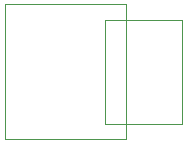
<source format=gbr>
G04 #@! TF.GenerationSoftware,KiCad,Pcbnew,8.0.1*
G04 #@! TF.CreationDate,2024-12-14T14:03:44-06:00*
G04 #@! TF.ProjectId,SD_ProtoBoard,53445f50-726f-4746-9f42-6f6172642e6b,rev?*
G04 #@! TF.SameCoordinates,Original*
G04 #@! TF.FileFunction,Other,User*
%FSLAX46Y46*%
G04 Gerber Fmt 4.6, Leading zero omitted, Abs format (unit mm)*
G04 Created by KiCad (PCBNEW 8.0.1) date 2024-12-14 14:03:44*
%MOMM*%
%LPD*%
G01*
G04 APERTURE LIST*
%ADD10C,0.100000*%
G04 APERTURE END LIST*
D10*
G04 #@! TO.C,S1*
X148870000Y-102700000D02*
X142370000Y-102700000D01*
X142370000Y-102700000D02*
X142370000Y-93900000D01*
X148870000Y-93900000D02*
X148870000Y-102700000D01*
X142370000Y-93900000D02*
X148870000Y-93900000D01*
G04 #@! TO.C,J4*
X133910000Y-92560000D02*
X133910000Y-104010000D01*
X144110000Y-92560000D02*
X133910000Y-92560000D01*
X133910000Y-104010000D02*
X144110000Y-104010000D01*
X144110000Y-104010000D02*
X144110000Y-92560000D01*
G04 #@! TD*
M02*

</source>
